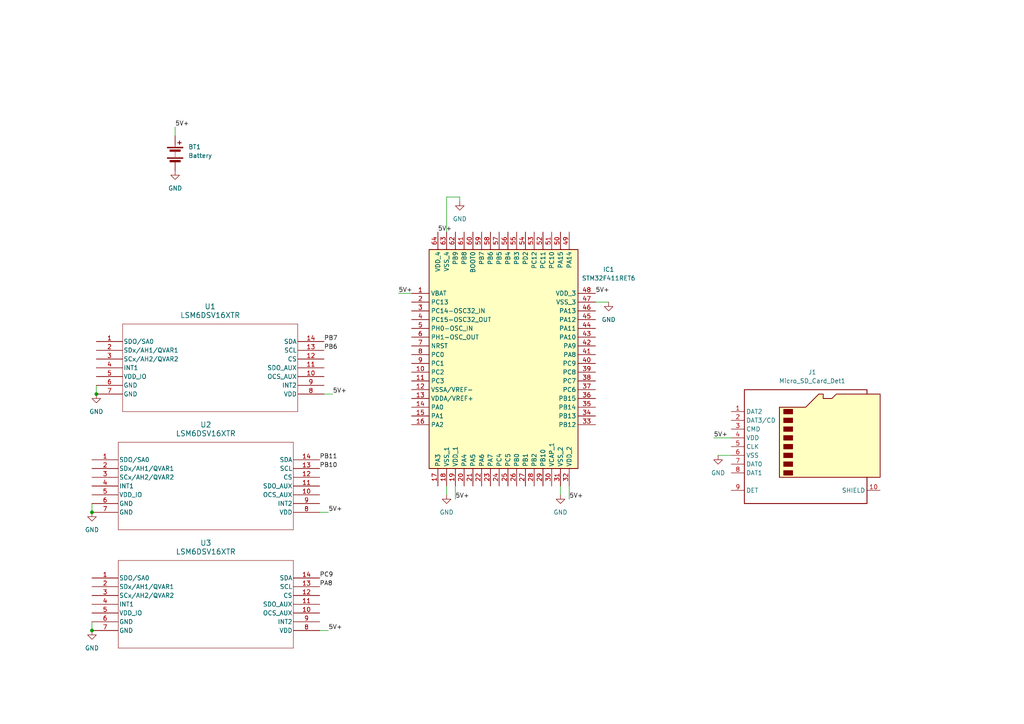
<source format=kicad_sch>
(kicad_sch (version 20230121) (generator eeschema)
  (paper "A4")
  (lib_symbols
    (symbol "Connector:Micro_SD_Card_Det1"
      (property "Reference" "J" (at -16.51 17.78 0))
      (property "Value" "Micro_SD_Card_Det1" (at 16.51 17.78 0))
      (symbol "Micro_SD_Card_Det1_0_1"
        (rectangle (start -7.62 -6.985) (end -5.08 -8.255) (stroke (width 0.254)) (fill (type outline)))
        (rectangle (start -7.62 -4.445) (end -5.08 -5.715) (stroke (width 0.254)) (fill (type outline)))
        (rectangle (start -7.62 -1.905) (end -5.08 -3.175) (stroke (width 0.254)) (fill (type outline)))
        (rectangle (start -7.62 0.635) (end -5.08 -0.635) (stroke (width 0.254)) (fill (type outline)))
        (rectangle (start -7.62 3.175) (end -5.08 1.905) (stroke (width 0.254)) (fill (type outline)))
        (rectangle (start -7.62 5.715) (end -5.08 4.445) (stroke (width 0.254)) (fill (type outline)))
        (rectangle (start -7.62 8.255) (end -5.08 6.985) (stroke (width 0.254)) (fill (type outline)))
        (rectangle (start -7.62 10.795) (end -5.08 9.525) (stroke (width 0.254)) (fill (type outline)))
        (polyline (pts (xy 16.51 15.24) (xy 16.51 16.51) (xy -19.05 16.51) (xy -19.05 -16.51) (xy 16.51 -16.51) (xy 16.51 -8.89)) (stroke (width 0.254)))
        (polyline (pts (xy -8.89 -8.89) (xy -8.89 11.43) (xy -1.27 11.43) (xy 2.54 15.24) (xy 3.81 15.24) (xy 3.81 13.97) (xy 6.35 13.97) (xy 7.62 15.24) (xy 20.32 15.24) (xy 20.32 -8.89) (xy -8.89 -8.89)) (stroke (width 0.254)) (fill (type background)))
      )
      (symbol "Micro_SD_Card_Det1_1_1"
        (pin bidirectional line (at -22.86 10.16 0) (length 3.81) (name "DAT2") (number "1"))
        (pin passive line (at 20.32 -12.7 180) (length 3.81) (name "SHIELD") (number "10"))
        (pin bidirectional line (at -22.86 7.62 0) (length 3.81) (name "DAT3/CD") (number "2"))
        (pin input line (at -22.86 5.08 0) (length 3.81) (name "CMD") (number "3"))
        (pin power_in line (at -22.86 2.54 0) (length 3.81) (name "VDD") (number "4"))
        (pin input line (at -22.86 0 0) (length 3.81) (name "CLK") (number "5"))
        (pin power_in line (at -22.86 -2.54 0) (length 3.81) (name "VSS") (number "6"))
        (pin bidirectional line (at -22.86 -5.08 0) (length 3.81) (name "DAT0") (number "7"))
        (pin bidirectional line (at -22.86 -7.62 0) (length 3.81) (name "DAT1") (number "8"))
        (pin passive line (at -22.86 -12.7 0) (length 3.81) (name "DET") (number "9"))
      )
    )
    (symbol "Device:Battery" (pin_numbers hide) (pin_names (offset 0) hide)
      (property "Reference" "BT" (at 2.54 2.54 0))
      (property "Value" "Battery" (at 2.54 0 0))
      (symbol "Battery_0_1"
        (rectangle (start -2.286 -1.27) (end 2.286 -1.524) (fill (type outline)))
        (rectangle (start -2.286 1.778) (end 2.286 1.524) (fill (type outline)))
        (rectangle (start -1.524 -2.032) (end 1.524 -2.54) (fill (type outline)))
        (rectangle (start -1.524 1.016) (end 1.524 0.508) (fill (type outline)))
        (polyline (pts (xy 0 -1.016) (xy 0 -0.762)))
        (polyline (pts (xy 0 -0.508) (xy 0 -0.254)))
        (polyline (pts (xy 0 0) (xy 0 0.254)))
        (polyline (pts (xy 0 1.778) (xy 0 2.54)))
        (polyline (pts (xy 0.762 3.048) (xy 1.778 3.048)) (stroke (width 0.254)))
        (polyline (pts (xy 1.27 3.556) (xy 1.27 2.54)) (stroke (width 0.254)))
      )
      (symbol "Battery_1_1"
        (pin passive line (at 0 5.08 270) (length 2.54) (name "+") (number "1"))
        (pin passive line (at 0 -5.08 90) (length 2.54) (name "-") (number "2"))
      )
    )
    (symbol "imu:LSM6DSV16XTR" (pin_names (offset 0.254))
      (property "Reference" "U" (at 33.02 10.16 0))
      (property "Value" "LSM6DSV16XTR" (at 33.02 7.62 0))
      (symbol "LSM6DSV16XTR_0_1"
        (polyline (pts (xy 7.62 -20.32) (xy 58.42 -20.32)) (stroke (width 0.127)))
        (polyline (pts (xy 7.62 5.08) (xy 7.62 -20.32)) (stroke (width 0.127)))
        (polyline (pts (xy 58.42 -20.32) (xy 58.42 5.08)) (stroke (width 0.127)))
        (polyline (pts (xy 58.42 5.08) (xy 7.62 5.08)) (stroke (width 0.127)))
        (pin unspecified line (at 0 0 0) (length 7.62) (name "SDO/SA0") (number "1"))
        (pin unspecified line (at 66.04 -10.16 180) (length 7.62) (name "OCS_AUX") (number "10"))
        (pin unspecified line (at 66.04 -7.62 180) (length 7.62) (name "SDO_AUX") (number "11"))
        (pin unspecified line (at 66.04 -5.08 180) (length 7.62) (name "CS") (number "12"))
        (pin unspecified line (at 66.04 -2.54 180) (length 7.62) (name "SCL") (number "13"))
        (pin unspecified line (at 66.04 0 180) (length 7.62) (name "SDA") (number "14"))
        (pin unspecified line (at 0 -2.54 0) (length 7.62) (name "SDx/AH1/QVAR1") (number "2"))
        (pin unspecified line (at 0 -5.08 0) (length 7.62) (name "SCx/AH2/QVAR2") (number "3"))
        (pin input line (at 0 -7.62 0) (length 7.62) (name "INT1") (number "4"))
        (pin power_in line (at 0 -10.16 0) (length 7.62) (name "VDD_IO") (number "5"))
        (pin power_out line (at 0 -12.7 0) (length 7.62) (name "GND") (number "6"))
        (pin power_out line (at 0 -15.24 0) (length 7.62) (name "GND") (number "7"))
        (pin power_in line (at 66.04 -15.24 180) (length 7.62) (name "VDD") (number "8"))
        (pin input line (at 66.04 -12.7 180) (length 7.62) (name "INT2") (number "9"))
      )
    )
    (symbol "mcu:STM32F411RET6"
      (property "Reference" "IC" (at 49.53 17.78 0))
      (property "Value" "STM32F411RET6" (at 49.53 15.24 0))
      (symbol "STM32F411RET6_1_1"
        (rectangle (start 5.08 12.7) (end 48.26 -50.8) (stroke (width 0.254)) (fill (type background)))
        (pin passive line (at 0 0 0) (length 5.08) (name "VBAT") (number "1"))
        (pin passive line (at 0 -22.86 0) (length 5.08) (name "PC2") (number "10"))
        (pin passive line (at 0 -25.4 0) (length 5.08) (name "PC3") (number "11"))
        (pin passive line (at 0 -27.94 0) (length 5.08) (name "VSSA/VREF-") (number "12"))
        (pin passive line (at 0 -30.48 0) (length 5.08) (name "VDDA/VREF+") (number "13"))
        (pin passive line (at 0 -33.02 0) (length 5.08) (name "PA0") (number "14"))
        (pin passive line (at 0 -35.56 0) (length 5.08) (name "PA1") (number "15"))
        (pin passive line (at 0 -38.1 0) (length 5.08) (name "PA2") (number "16"))
        (pin passive line (at 7.62 -55.88 90) (length 5.08) (name "PA3") (number "17"))
        (pin passive line (at 10.16 -55.88 90) (length 5.08) (name "VSS_1") (number "18"))
        (pin passive line (at 12.7 -55.88 90) (length 5.08) (name "VDD_1") (number "19"))
        (pin passive line (at 0 -2.54 0) (length 5.08) (name "PC13") (number "2"))
        (pin passive line (at 15.24 -55.88 90) (length 5.08) (name "PA4") (number "20"))
        (pin passive line (at 17.78 -55.88 90) (length 5.08) (name "PA5") (number "21"))
        (pin passive line (at 20.32 -55.88 90) (length 5.08) (name "PA6") (number "22"))
        (pin passive line (at 22.86 -55.88 90) (length 5.08) (name "PA7") (number "23"))
        (pin passive line (at 25.4 -55.88 90) (length 5.08) (name "PC4") (number "24"))
        (pin passive line (at 27.94 -55.88 90) (length 5.08) (name "PC5") (number "25"))
        (pin passive line (at 30.48 -55.88 90) (length 5.08) (name "PB0") (number "26"))
        (pin passive line (at 33.02 -55.88 90) (length 5.08) (name "PB1") (number "27"))
        (pin passive line (at 35.56 -55.88 90) (length 5.08) (name "PB2") (number "28"))
        (pin passive line (at 38.1 -55.88 90) (length 5.08) (name "PB10") (number "29"))
        (pin passive line (at 0 -5.08 0) (length 5.08) (name "PC14-OSC32_IN") (number "3"))
        (pin passive line (at 40.64 -55.88 90) (length 5.08) (name "VCAP_1") (number "30"))
        (pin passive line (at 43.18 -55.88 90) (length 5.08) (name "VSS_2") (number "31"))
        (pin passive line (at 45.72 -55.88 90) (length 5.08) (name "VDD_2") (number "32"))
        (pin passive line (at 53.34 -38.1 180) (length 5.08) (name "PB12") (number "33"))
        (pin passive line (at 53.34 -35.56 180) (length 5.08) (name "PB13") (number "34"))
        (pin passive line (at 53.34 -33.02 180) (length 5.08) (name "PB14") (number "35"))
        (pin passive line (at 53.34 -30.48 180) (length 5.08) (name "PB15") (number "36"))
        (pin passive line (at 53.34 -27.94 180) (length 5.08) (name "PC6") (number "37"))
        (pin passive line (at 53.34 -25.4 180) (length 5.08) (name "PC7") (number "38"))
        (pin passive line (at 53.34 -22.86 180) (length 5.08) (name "PC8") (number "39"))
        (pin passive line (at 0 -7.62 0) (length 5.08) (name "PC15-OSC32_OUT") (number "4"))
        (pin passive line (at 53.34 -20.32 180) (length 5.08) (name "PC9") (number "40"))
        (pin passive line (at 53.34 -17.78 180) (length 5.08) (name "PA8") (number "41"))
        (pin passive line (at 53.34 -15.24 180) (length 5.08) (name "PA9") (number "42"))
        (pin passive line (at 53.34 -12.7 180) (length 5.08) (name "PA10") (number "43"))
        (pin passive line (at 53.34 -10.16 180) (length 5.08) (name "PA11") (number "44"))
        (pin passive line (at 53.34 -7.62 180) (length 5.08) (name "PA12") (number "45"))
        (pin passive line (at 53.34 -5.08 180) (length 5.08) (name "PA13") (number "46"))
        (pin passive line (at 53.34 -2.54 180) (length 5.08) (name "VSS_3") (number "47"))
        (pin passive line (at 53.34 0 180) (length 5.08) (name "VDD_3") (number "48"))
        (pin passive line (at 45.72 17.78 270) (length 5.08) (name "PA14") (number "49"))
        (pin passive line (at 0 -10.16 0) (length 5.08) (name "PH0-OSC_IN") (number "5"))
        (pin passive line (at 43.18 17.78 270) (length 5.08) (name "PA15") (number "50"))
        (pin passive line (at 40.64 17.78 270) (length 5.08) (name "PC10") (number "51"))
        (pin passive line (at 38.1 17.78 270) (length 5.08) (name "PC11") (number "52"))
        (pin passive line (at 35.56 17.78 270) (length 5.08) (name "PC12") (number "53"))
        (pin passive line (at 33.02 17.78 270) (length 5.08) (name "PD2") (number "54"))
        (pin passive line (at 30.48 17.78 270) (length 5.08) (name "PB3") (number "55"))
        (pin passive line (at 27.94 17.78 270) (length 5.08) (name "PB4") (number "56"))
        (pin passive line (at 25.4 17.78 270) (length 5.08) (name "PB5") (number "57"))
        (pin passive line (at 22.86 17.78 270) (length 5.08) (name "PB6") (number "58"))
        (pin passive line (at 20.32 17.78 270) (length 5.08) (name "PB7") (number "59"))
        (pin passive line (at 0 -12.7 0) (length 5.08) (name "PH1-OSC_OUT") (number "6"))
        (pin passive line (at 17.78 17.78 270) (length 5.08) (name "BOOT0") (number "60"))
        (pin passive line (at 15.24 17.78 270) (length 5.08) (name "PB8") (number "61"))
        (pin passive line (at 12.7 17.78 270) (length 5.08) (name "PB9") (number "62"))
        (pin passive line (at 10.16 17.78 270) (length 5.08) (name "VSS_4") (number "63"))
        (pin passive line (at 7.62 17.78 270) (length 5.08) (name "VDD_4") (number "64"))
        (pin passive line (at 0 -15.24 0) (length 5.08) (name "NRST") (number "7"))
        (pin passive line (at 0 -17.78 0) (length 5.08) (name "PC0") (number "8"))
        (pin passive line (at 0 -20.32 0) (length 5.08) (name "PC1") (number "9"))
      )
    )
    (symbol "power:GND" (power) (pin_names (offset 0))
      (property "Value" "GND" (at 0 -3.81 0))
      (symbol "GND_0_1"
        (polyline (pts (xy 0 0) (xy 0 -1.27) (xy 1.27 -1.27) (xy 0 -2.54) (xy -1.27 -1.27) (xy 0 -1.27)))
      )
      (symbol "GND_1_1"
        (pin power_in line (at 0 0 270) (length 0) hide (name "GND") (number "1"))
      )
    )
  )
  (junction (at 26.67 182.88))
  (junction (at 26.67 148.59))
  (junction (at 27.94 114.3))
  (wire (pts (xy 95.25 182.88) (xy 92.71 182.88)))
  (wire (pts (xy 129.54 57.15) (xy 133.35 57.15)))
  (wire (pts (xy 133.35 57.15) (xy 133.35 58.42)))
  (wire (pts (xy 129.54 67.31) (xy 129.54 57.15)))
  (wire (pts (xy 165.1 144.78) (xy 165.1 140.97)))
  (wire (pts (xy 207.01 127) (xy 212.09 127)))
  (wire (pts (xy 162.56 143.51) (xy 162.56 140.97)))
  (wire (pts (xy 50.8 36.83) (xy 50.8 39.37)))
  (wire (pts (xy 129.54 140.97) (xy 129.54 143.51)))
  (wire (pts (xy 26.67 180.34) (xy 26.67 182.88)))
  (wire (pts (xy 115.57 85.09) (xy 119.38 85.09)))
  (wire (pts (xy 176.53 87.63) (xy 172.72 87.63)))
  (wire (pts (xy 208.28 132.08) (xy 212.09 132.08)))
  (wire (pts (xy 96.52 114.3) (xy 93.98 114.3)))
  (wire (pts (xy 132.08 144.78) (xy 132.08 140.97)))
  (wire (pts (xy 26.67 146.05) (xy 26.67 148.59)))
  (wire (pts (xy 95.25 148.59) (xy 92.71 148.59)))
  (wire (pts (xy 27.94 111.76) (xy 27.94 114.3)))
  (label "5V+" (at 95.25 148.59 0))
  (label "5V+" (at 50.8 36.83 0))
  (label "PB10" (at 92.71 135.89 0))
  (label "5V+" (at 172.72 85.09 0))
  (label "5V+" (at 95.25 182.88 0))
  (label "5V+" (at 96.52 114.3 0))
  (label "5V+" (at 132.08 144.78 0))
  (label "PC9" (at 92.71 167.64 0))
  (label "5V+" (at 165.1 144.78 0))
  (label "PB7" (at 93.98 99.06 0))
  (label "PB11" (at 92.71 133.35 0))
  (label "5V+" (at 115.57 85.09 0))
  (label "PB6" (at 93.98 101.6 0))
  (label "PA8" (at 92.71 170.18 0))
  (label "5V+" (at 207.01 127 0))
  (label "5V+" (at 127 67.31 0))
  (symbol (lib_id "mcu:STM32F411RET6") (at 119.38 85.09 0) (unit 1)
    (property "Reference" "IC1" (at 176.53 78.1619 0))
    (property "Value" "STM32F411RET6" (at 176.53 80.7019 0))
    (property "Footprint" "QFP50P1200X1200X160-64N" (effects hide))
    (property "Height" "1.6" (effects hide))
    (property "Mouser Part Number" "511-STM32F411RET6" (effects hide))
    (property "Mouser Price/Stock" "https://www.mouser.co.uk/ProductDetail/STMicroelectronics/STM32F411RET6?qs=pjMTYa9MTGWrHTmziD2M%2Fg%3D%3D" (effects hide))
    (property "Manufacturer_Name" "STMicroelectronics" (effects hide))
    (property "Manufacturer_Part_Number" "STM32F411RET6" (effects hide))
  )
  (symbol (lib_id "imu:LSM6DSV16XTR") (at 26.67 167.64 0) (unit 1)
    (property "Reference" "U3" (at 59.69 157.48 0) (effects (font (size 1.524 1.524))))
    (property "Value" "LSM6DSV16XTR" (at 59.69 160.02 0) (effects (font (size 1.524 1.524))))
    (property "Footprint" "LGA14L_LSM6_STM" (effects hide))
    (property "Datasheet" "LSM6DSV16XTR" (effects hide))
  )
  (symbol (lib_id "Device:Battery") (at 50.8 44.45 0) (unit 1)
    (property "Reference" "BT1" (at 54.61 42.6085 0) (effects (justify left)))
    (property "Value" "Battery" (at 54.61 45.1485 0) (effects (justify left)))
  )
  (symbol (lib_id "power:GND") (at 26.67 148.59 0) (unit 1)
    (property "Reference" "#PWR09" (effects hide))
    (property "Value" "GND" (at 26.67 153.67 0))
  )
  (symbol (lib_id "power:GND") (at 176.53 87.63 0) (unit 1)
    (property "Reference" "#PWR05" (effects hide))
    (property "Value" "GND" (at 176.53 92.71 0))
  )
  (symbol (lib_id "power:GND") (at 162.56 143.51 0) (unit 1)
    (property "Reference" "#PWR04" (effects hide))
    (property "Value" "GND" (at 162.56 148.59 0))
  )
  (symbol (lib_id "Connector:Micro_SD_Card_Det1") (at 234.95 129.54 0) (unit 1)
    (property "Reference" "J1" (at 235.585 107.95 0))
    (property "Value" "Micro_SD_Card_Det1" (at 235.585 110.49 0))
    (property "Datasheet" "https://datasheet.lcsc.com/lcsc/2110151630_XKB-Connectivity-XKTF-015-N_C381082.pdf" (effects hide))
  )
  (symbol (lib_id "imu:LSM6DSV16XTR") (at 27.94 99.06 0) (unit 1)
    (property "Reference" "U1" (at 60.96 88.9 0) (effects (font (size 1.524 1.524))))
    (property "Value" "LSM6DSV16XTR" (at 60.96 91.44 0) (effects (font (size 1.524 1.524))))
    (property "Footprint" "LGA14L_LSM6_STM" (effects hide))
    (property "Datasheet" "LSM6DSV16XTR" (effects hide))
  )
  (symbol (lib_id "power:GND") (at 133.35 58.42 0) (unit 1)
    (property "Reference" "#PWR06" (effects hide))
    (property "Value" "GND" (at 133.35 63.5 0))
  )
  (symbol (lib_id "power:GND") (at 129.54 143.51 0) (unit 1)
    (property "Reference" "#PWR03" (effects hide))
    (property "Value" "GND" (at 129.54 148.59 0))
  )
  (symbol (lib_id "power:GND") (at 26.67 182.88 0) (unit 1)
    (property "Reference" "#PWR02" (effects hide))
    (property "Value" "GND" (at 26.67 187.96 0))
  )
  (symbol (lib_id "power:GND") (at 208.28 132.08 0) (unit 1)
    (property "Reference" "#PWR07" (effects hide))
    (property "Value" "GND" (at 208.28 137.16 0))
  )
  (symbol (lib_id "power:GND") (at 50.8 49.53 0) (unit 1)
    (property "Reference" "#PWR01" (effects hide))
    (property "Value" "GND" (at 50.8 54.61 0))
  )
  (symbol (lib_id "imu:LSM6DSV16XTR") (at 26.67 133.35 0) (unit 1)
    (property "Reference" "U2" (at 59.69 123.19 0) (effects (font (size 1.524 1.524))))
    (property "Value" "LSM6DSV16XTR" (at 59.69 125.73 0) (effects (font (size 1.524 1.524))))
    (property "Footprint" "LGA14L_LSM6_STM" (effects hide))
    (property "Datasheet" "LSM6DSV16XTR" (effects hide))
  )
  (symbol (lib_id "power:GND") (at 27.94 114.3 0) (unit 1)
    (property "Reference" "#PWR08" (effects hide))
    (property "Value" "GND" (at 27.94 119.38 0))
  )
)
</source>
